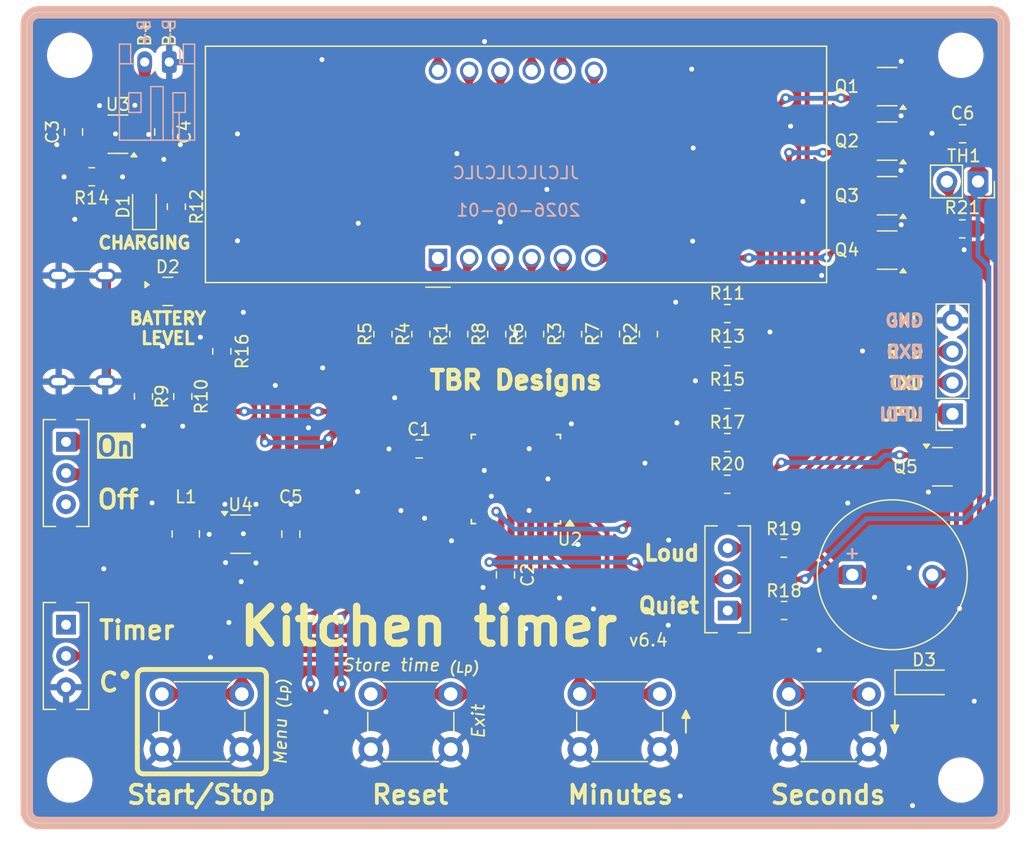
<source format=kicad_pcb>
(kicad_pcb (version 20240108) (generator "pcbnew") (generator_version "8.0")
  (title_block (title "Kitchen timer") (date "2024-09-24") (rev "v6.4") (company "TBR Designs"))
  (layers (0 "F.Cu" signal) (31 "B.Cu" signal) (34 "B.Paste" user) (35 "F.Paste" user) (36 "B.SilkS" user "B.Silkscreen") (37 "F.SilkS" user "F.Silkscreen") (38 "B.Mask" user) (39 "F.Mask" user) (44 "Edge.Cuts" user))
  (net 0 "")
  (net 1 "GND")
  (net 2 "+5V")
  (net 4 "CC1")
  (net 5 "CC2")
  (net 6 "CC3")
  (net 7 "CC4")
  (net 8 "BUZZER")
  (net 9 "DIGIT_1")
  (net 10 "DIGIT_2")
  (net 11 "DIGIT_3")
  (net 12 "DIGIT_4")
  (net 13 "BAT_LEVEL")
  (net 14 "SECONDS")
  (net 15 "MINUTES")
  (net 16 "RESET_TIME")
  (net 17 "+V_USB")
  (net 18 "START_STOP")
  (net 19 "A")
  (net 20 "UPDI")
  (net 21 "/A_R")
  (net 22 "/B_R")
  (net 23 "B")
  (net 24 "/C_R")
  (net 25 "/BZ-")
  (net 26 "/BZ+")
  (net 27 "/BZ_BASE")
  (net 28 "/CC1_BASE")
  (net 29 "/CC2_BASE")
  (net 30 "/CC3_BASE")
  (net 31 "/CC4_BASE")
  (net 32 "/CC2_USB")
  (net 33 "/CC1_USB")
  (net 34 "/SW")
  (net 35 "C")
  (net 36 "/CHGb")
  (net 37 "BAT+")
  (net 38 "FUNCTION")
  (net 39 "/CHRG_LED_K")
  (net 40 "/PROG")
  (net 41 "/DIN")
  (net 42 "/D_R")
  (net 45 "D")
  (net 46 "/E_R")
  (net 47 "E")
  (net 48 "F")
  (net 49 "/F_R")
  (net 50 "G")
  (net 51 "/G_R")
  (net 52 "DP")
  (net 53 "/DP_R")
  (net 54 "/BZ_LOUD")
  (net 55 "/BZ_QUIET")
  (net 56 "RXD")
  (net 57 "TXD")
  (net 59 "TEMP_GND")
  (net 60 "TEMP_V")
  (net 64 "BAT_SW")
  (footprint "00_local:R_0805_2012Metric_Pad1.20x1.40mm_HandSolder" (layer "F.Cu") (at 158 66.525)
    (property "Reference" "R15")
    (property "Value" "1k")
  )
  (footprint "00_local:SOT-23-3" (layer "F.Cu") (at 171 45.485 180)
    (property "Reference" "Q2")
    (property "Value" "MMBT2222A")
  )
  (footprint "00_local:SOT-23-3" (layer "F.Cu") (at 171 49.935 180)
    (property "Reference" "Q3")
    (property "Value" "MMBT2222A")
  )
  (footprint "00_local:R_0805_2012Metric_Pad1.20x1.40mm_HandSolder" (layer "F.Cu") (at 162.6 78.63 180)
    (property "Reference" "R19")
    (property "Value" "1R")
  )
  (footprint "00_local:MountingHole_3.2mm_M3" (layer "F.Cu") (at 177 97.5)
    (property "Reference" "H4" (hide yes))
    (property "Value" "MountingHole")
  )
  (footprint "00_local:R_0805_2012Metric_Pad1.20x1.40mm_HandSolder" (layer "F.Cu") (at 113.175 50.83 -90)
    (property "Reference" "R12")
    (property "Value" "1k")
  )
  (footprint "00_local:SW_Slide_SPDT_MINI" (layer "F.Cu") (at 104.2 87.4 -90)
    (property "Reference" "SW7" (hide yes))
    (property "Value" "FUNCTION_SELECTOR")
  )
  (footprint "00_local:C_0805_2012Metric_Pad1.18x1.45mm_HandSolder" (layer "F.Cu") (at 104.81 44.74 -90)
    (property "Reference" "C3")
    (property "Value" "10u")
  )
  (footprint "00_local:R_0805_2012Metric_Pad1.20x1.40mm_HandSolder" (layer "F.Cu") (at 148.497142 61.200707 90)
    (property "Reference" "R7")
    (property "Value" "220R")
  )
  (footprint "00_local:L_1008_2520Metric_Pad1.43x2.20mm_HandSolder" (layer "F.Cu") (at 113.94 77.47 90)
    (property "Reference" "L1")
    (property "Value" "CVH252009-2R2M")
  )
  (footprint "00_local:SW_Slide_SPDT_MINI" (layer "F.Cu") (at 104.2 72.51 -90)
    (property "Reference" "SW1" (hide yes))
    (property "Value" "ON/OFF")
  )
  (footprint "00_local:SOT-23-5" (layer "F.Cu") (at 118.4 77.4875)
    (property "Reference" "U4")
    (property "Value" "TPS613222ADBV")
  )
  (footprint "00_local:R_0805_2012Metric_Pad1.20x1.40mm_HandSolder" (layer "F.Cu") (at 129.982858 61.200707 90)
    (property "Reference" "R5")
    (property "Value" "220R")
  )
  (footprint "00_local:D_SOD-123" (layer "F.Cu") (at 174 89.55)
    (property "Reference" "D3")
    (property "Value" "MBR0520")
  )
  (footprint "00_local:R_0805_2012Metric_Pad1.20x1.40mm_HandSolder" (layer "F.Cu") (at 162.62 83.7 180)
    (property "Reference" "R18")
    (property "Value" "47R")
  )
  (footprint "00_local:R_0805_2012Metric_Pad1.20x1.40mm_HandSolder" (layer "F.Cu") (at 145.411428 61.200707 90)
    (property "Reference" "R3")
    (property "Value" "220R")
  )
  (footprint "00_local:R_0805_2012Metric_Pad1.20x1.40mm_HandSolder" (layer "F.Cu") (at 110.5 66.275 90)
    (property "Reference" "R9")
    (property "Value" "5k1 1%")
  )
  (footprint "00_local:R_0805_2012Metric_Pad1.20x1.40mm_HandSolder" (layer "F.Cu") (at 116.875 62.6 -90)
    (property "Reference" "R16")
    (property "Value" "300R")
  )
  (footprint "00_local:C_0805_2012Metric_Pad1.18x1.45mm_HandSolder" (layer "F.Cu") (at 177.14 44.89)
    (property "Reference" "C6")
    (property "Value" "100n")
  )
  (footprint "00_local:SW_PUSH_6mm" (layer "F.Cu") (at 135.5 95 180)
    (property "Reference" "SW4" (hide yes))
    (property "Value" "RESET_TIME")
  )
  (footprint "00_local:CA56-12EWA" (layer "F.Cu") (at 134.46 55 90)
    (property "Reference" "U1" (hide yes))
    (property "Value" "LTC-5723HR")
  )
  (footprint "00_local:R_0805_2012Metric_Pad1.20x1.40mm_HandSolder" (layer "F.Cu") (at 113.7 66.275 90)
    (property "Reference" "R10")
    (property "Value" "5k1 1%")
  )
  (footprint "00_local:SOT-23-3" (layer "F.Cu") (at 171 54.36 180)
    (property "Reference" "Q4")
    (property "Value" "MMBT2222A")
  )
  (footprint "00_local:PinSocket_1x02_P2.54mm_Vertical" (layer "F.Cu") (at 178.4 48.775 -90)
    (property "Reference" "TH1")
    (property "Value" "NRBE104F3435B2F")
  )
  (footprint "00_local:MountingHole_3.2mm_M3" (layer "F.Cu") (at 104.5 97.5)
    (property "Reference" "H3" (hide yes))
    (property "Value" "MountingHole")
  )
  (footprint "00_local:C_0805_2012Metric_Pad1.18x1.45mm_HandSolder" (layer "F.Cu") (at 112.15 44.74 -90)
    (property "Reference" "C4")
    (property "Value" "10u")
  )
  (footprint "00_local:C_0805_2012Metric_Pad1.18x1.45mm_HandSolder" (layer "F.Cu") (at 139.95 80.8 90)
    (property "Reference" "C2")
    (property "Value" "100n")
  )
  (footprint "00_local:D_0805_2012Metric_Pad1.15x1.40mm_HandSolder" (layer "F.Cu") (at 110.575 50.83 90)
    (property "Reference" "D1")
    (property "Value" "CHRG_LED")
  )
  (footprint "00_local:SW_Slide_SPDT_MINI" (layer "F.Cu") (at 158.03 81.16 90)
    (property "Reference" "SW5" (hide yes))
    (property "Value" "VOLUME")
  )
  (footprint "00_local:SW_PUSH_6mm" (layer "F.Cu") (at 152.5 95 180)
    (property "Reference" "SW3" (hide yes))
    (property "Value" "MINUTES")
  )
  (footprint "00_local:R_0805_2012Metric_Pad1.20x1.40mm_HandSolder" (layer "F.Cu") (at 106.29 48.39)
    (property "Reference" "R14")
    (property "Value" "2k 1%")
  )
  (footprint "00_local:MountingHole_3.2mm_M3" (layer "F.Cu") (at 177 38.5)
    (property "Reference" "H1" (hide yes))
    (property "Value" "MountingHole")
  )
  (footprint "00_local:USB_C_Receptacle_GCT_USB4125-xx-x-0190_6P_TopMnt_Horizontal" (layer "F.Cu") (at 104.4 60.75 -90)
    (property "Reference" "J2" (hide yes))
    (property "Value" "USB_C")
  )
  (footprint "00_local:SOT-23-3" (layer "F.Cu") (at 175.5 72)
    (property "Reference" "Q5")
    (property "Value" "MMBT2222A")
  )
  (footprint "00_local:R_0805_2012Metric_Pad1.20x1.40mm_HandSolder" (layer "F.Cu") (at 151.582858 61.200707 90)
    (property "Reference" "R2")
    (property "Value" "220R")
  )
  (footprint "00_local:R_0805_2012Metric_Pad1.20x1.40mm_HandSolder" (layer "F.Cu") (at 158 73.425)
    (property "Reference" "R20")
    (property "Value" "1k")
  )
  (footprint "00_local:R_0805_2012Metric_Pad1.20x1.40mm_HandSolder" (layer "F.Cu") (at 177.12 52.63 180)
    (property "Reference" "R21")
    (property "Value" "10k 1%")
  )
  (footprint "00_local:MagneticBuzzer_ProSignal_ABT-410-RC" (layer "F.Cu") (at 168.17 80.79)
    (property "Reference" "BZ1" (hide yes))
    (property "Value" "Buzzer")
  )
  (footprint "00_local:R_0805_2012Metric_Pad1.20x1.40mm_HandSolder" (layer "F.Cu") (at 158 70.025)
    (property "Reference" "R17")
    (property "Value" "1k")
  )
  (footprint "00_local:R_0805_2012Metric_Pad1.20x1.40mm_HandSolder" (layer "F.Cu") (at 139.24 61.200707 90)
    (property "Reference" "R8")
    (property "Value" "220R")
  )
  (footprint "00_local:LED_WS2812B-2020_2.0x2.0mm" (layer "F.Cu") (at 112.475 57.725)
    (property "Reference" "D2")
    (property "Value" "WS2812B-2020")
  )
  (footprint "00_local:R_0805_2012Metric_Pad1.20x1.40mm_HandSolder" (layer "F.Cu") (at 142.325714 61.200707 90)
    (property "Reference" "R6")
    (property "Value" "220R")
  )
  (footprint "00_local:R_0805_2012Metric_Pad1.20x1.40mm_HandSolder" (layer "F.Cu") (at 158 59.525)
    (property "Reference" "R11")
    (property "Value" "1k")
  )
  (footprint "00_local:C_0805_2012Metric_Pad1.18x1.45mm_HandSolder" (layer "F.Cu") (at 132.93 70.55 180)
    (property "Reference" "C1")
    (property "Value" "100n")
  )
  (footprint "00_local:C_0805_2012Metric_Pad1.18x1.45mm_HandSolder" (layer "F.Cu") (at 122.49 77.48 90)
    (property "Reference" "C5")
    (property "Value" "22u")
  )
  (footprint "00_local:MountingHole_3.2mm_M3" (layer "F.Cu") (at 104.5 38.5)
    (property "Reference" "H2" (hide yes))
    (property "Value" "MountingHole")
  )
  (footprint "00_local:SOT-23-5" (layer "F.Cu") (at 108.425 44.925 180)
    (property "Reference" "U3")
    (property "Value" "DIO5518B")
  )
  (footprint "00_local:R_0805_2012Metric_Pad1.20x1.40mm_HandSolder" (layer "F.Cu") (at 133.068572 61.200707 90)
    (property "Reference" "R4")
    (property "Value" "220R")
  )
  (footprint "00_local:SOT-23-3" (layer "F.Cu") (at 171 41.05 180)
    (property "Reference" "Q1")
    (property "Value" "MMBT2222A")
  )
  (footprint "00_local:PinSocket_1x04_P2.54mm_Vertical" (layer "F.Cu") (at 176.32 67.7 180)
    (property "Reference" "J3" (hide yes))
    (property "Value" "BREAKOUT")
  )
  (footprint "00_local:SW_PUSH_6mm" (layer "F.Cu") (at 169.5 95 180)
    (property "Reference" "SW2" (hide yes))
    (property "Value" "SECONDS")
  )
  (footprint "00_local:R_0805_2012Metric_Pad1.20x1.40mm_HandSolder" (layer "F.Cu") (at 158 63.025)
    (property "Reference" "R13")
    (property "Value" "1k")
  )
  (footprint "00_local:R_0805_2012Metric_Pad1.20x1.40mm_HandSolder" (layer "F.Cu") (at 136.154286 61.200707 90)
    (property "Reference" "R1")
    (property "Value" "220R")
  )
  (footprint "00_local:TQFP-32_7x7mm_P0.8mm" (layer "F.Cu") (at 140.8 73 180)
    (property "Reference" "U2")
    (property "Value" "ATmega4808-A")
  )
  (footprint "00_local:SW_PUSH_6mm" (layer "F.Cu") (at 118.5 95 180)
    (property "Reference" "SW6" (hide yes))
    (property "Value" "START/STOP")
  )
  (footprint "00_local:JST_PH_S2B-PH-K_1x02_P2.00mm_Horizontal" (layer "B.Cu") (at 112.6 39.05 180)
    (property "Reference" "J1" (hide yes))
    (property "Value" "JST PH 2.0")
  )
  (gr_arc (start 101 36) (mid 101.292893 35.292893) (end 102 35) (stroke (width 1)) (layer "B.SilkS"))
  (gr_line (start 180.5 36) (end 180.5 100) (stroke (width 1)) (layer "B.SilkS"))
  (gr_line (start 102 35) (end 179.5 35) (stroke (width 1)) (layer "B.SilkS"))
  (gr_line (start 179.5 101) (end 102 101) (stroke (width 1)) (layer "B.SilkS"))
  (gr_arc (start 102 101) (mid 101.292893 100.707107) (end 101 100) (stroke (width 1)) (layer "B.SilkS"))
  (gr_line (start 101 100) (end 101 36) (stroke (width 1)) (layer "B.SilkS"))
  (gr_arc (start 179.5 35) (mid 180.207107 35.292893) (end 180.5 36) (stroke (width 1)) (layer "B.SilkS"))
  (gr_arc (start 180.5 100) (mid 180.207107 100.707107) (end 179.5 101) (stroke (width 1)) (layer "B.SilkS"))
  (gr_arc (start 120.5 96.5) (mid 120.353553 96.853553) (end 120 97) (stroke (width 0.4)) (layer "F.SilkS"))
  (gr_line (start 101 100) (end 101 36) (stroke (width 1)) (layer "F.SilkS"))
  (gr_arc (start 110 89) (mid 110.146447 88.646447) (end 110.5 88.5) (stroke (width 0.4)) (layer "F.SilkS"))
  (gr_line (start 110.5 88.5) (end 120 88.5) (stroke (width 0.4)) (layer "F.SilkS"))
  (gr_arc (start 120 88.5) (mid 120.353553 88.646447) (end 120.5 89) (stroke (width 0.4)) (layer "F.SilkS"))
  (gr_line (start 120.5 89) (end 120.5 96.5) (stroke (width 0.4)) (layer "F.SilkS"))
  (gr_poly (pts (xy 154.33 92.455) (xy 154.63 91.845) (xy 154.93 92.455)) (stroke (width 0.15)) (fill solid) (layer "F.SilkS"))
  (gr_line (start 179.5 101) (end 102 101) (stroke (width 1)) (layer "F.SilkS"))
  (gr_line (start 110 96.5) (end 110 89) (stroke (width 0.4)) (layer "F.SilkS"))
  (gr_line (start 102 35) (end 179.5 35) (stroke (width 1)) (layer "F.SilkS"))
  (gr_arc (start 179.5 35) (mid 180.207107 35.292893) (end 180.5 36) (stroke (width 1)) (layer "F.SilkS"))
  (gr_arc (start 101 36) (mid 101.292893 35.292893) (end 102 35) (stroke (width 1)) (layer "F.SilkS"))
  (gr_line (start 154.63 93.655) (end 154.63 91.845) (stroke (width 0.15)) (layer "F.SilkS"))
  (gr_line (start 171.63 91.845) (end 171.63 93.655) (stroke (width 0.15)) (layer "F.SilkS"))
  (gr_poly (pts (xy 171.93 93.045) (xy 171.63 93.655) (xy 171.33 93.045)) (stroke (width 0.15)) (fill solid) (layer "F.SilkS"))
  (gr_line (start 120 97) (end 110.5 97) (stroke (width 0.4)) (layer "F.SilkS"))
  (gr_arc (start 102 101) (mid 101.292893 100.707107) (end 101 100) (stroke (width 1)) (layer "F.SilkS"))
  (gr_line (start 180.5 36) (end 180.5 100) (stroke (width 1)) (layer "F.SilkS"))
  (gr_arc (start 110.5 97) (mid 110.146447 96.853553) (end 110 96.5) (stroke (width 0.4)) (layer "F.SilkS"))
  (gr_arc (start 180.5 100) (mid 180.207107 100.707107) (end 179.5 101) (stroke (width 1)) (layer "F.SilkS"))
  (gr_arc (start 102 101) (mid 101.292893 100.707107) (end 101 100) (stroke (width 0.1)) (layer "Edge.Cuts"))
  (gr_line (start 180.5 36) (end 180.5 100) (stroke (width 0.1)) (layer "Edge.Cuts"))
  (gr_arc (start 179.5 35) (mid 180.207107 35.292893) (end 180.5 36) (stroke (width 0.1)) (layer "Edge.Cuts"))
  (gr_arc (start 101 36) (mid 101.292893 35.292893) (end 102 35) (stroke (width 0.1)) (layer "Edge.Cuts"))
  (gr_line (start 179.5 101) (end 102 101) (stroke (width 0.1)) (layer "Edge.Cuts"))
  (gr_line (start 101 100) (end 101 36) (stroke (width 0.1)) (layer "Edge.Cuts"))
  (gr_line (start 102 35) (end 179.5 35) (stroke (width 0.1)) (layer "Edge.Cuts"))
  (gr_arc (start 180.5 100) (mid 180.207107 100.707107) (end 179.5 101) (stroke (width 0.1)) (layer "Edge.Cuts"))
  (gr_text "B+" (at 110.55 37.9 90) (layer "B.SilkS") (effects (font (size 1 1)) (justify right mirror)))
  (gr_text "UPDI" (at 174.1 67.75 0) (layer "B.SilkS") (effects (font (size 1 1) (thickness 0.25)) (justify left mirror)))
  (gr_text "GND" (at 174.1 60.1 0) (layer "B.SilkS") (effects (font (size 1 1) (thickness 0.25)) (justify left mirror)))
  (gr_text "JLCJLCJLCJLC" (at 140.8 48.65 0) (layer "B.SilkS") (effects (font (size 1 1)) (justify bottom mirror)))
  (gr_text "TXD" (at 174.1 65.2 0) (layer "B.SilkS") (effects (font (size 1 1) (thickness 0.25)) (justify left mirror)))
  (gr_text "RXD" (at 174.1 62.65 0) (layer "B.SilkS") (effects (font (size 1 1) (thickness 0.25)) (justify left mirror)))
  (gr_text "B-" (at 112.6 37.85 90) (layer "B.SilkS") (effects (font (size 1 1)) (justify right mirror)))
  (gr_text "+" (at 168.15 78.99 0) (layer "B.SilkS") (effects (font (size 1 1))))
  (gr_text "${CURRENT_DATE}" (at 141 51.7 0) (layer "B.SilkS") (effects (font (size 1 1)) (justify bottom mirror)))
  (gr_text "UPDI" (at 174.1 67.75 0) (layer "F.SilkS") (effects (font (size 1 1) (thickness 0.25)) (justify right)))
  (gr_text "B-" (at 112.6 35.45 90) (layer "F.SilkS") (effects (font (size 1 1)) (justify right)))
  (gr_text "B+" (at 110.6 35.45 90) (layer "F.SilkS") (effects (font (size 1 1)) (justify right)))
  (gr_text "TBR Designs" (at 140.8 64.95 0) (layer "F.SilkS") (effects (font (size 1.5 1.5) (thickness 0.4) (bold yes))))
  (gr_text "On" (at 106.55 70.35 0) (layer "F.SilkS" knockout) (effects (font (size 1.5 1.5) (thickness 0.3) (bold yes)) (justify left)))
  (gr_text "${REVISION}" (at 149.9 86.7 0) (layer "F.SilkS") (effects (font (size 1 1)) (justify left bottom)))
  (gr_text "Kitchen timer" (at 133.7 85 0) (layer "F.SilkS") (effects (font (size 3 3) (thickness 0.6) (bold yes))))
  (gr_text "Menu _{(Lp)}" (at 121.65 92.75 90) (layer "F.SilkS") (effects (font (size 1 1) (thickness 0.15) (italic yes))))
  (gr_text "CHARGING" (at 110.575 53.77 0) (layer "F.SilkS") (effects (font (size 1 1) (thickness 0.25))))
  (gr_text "Exit" (at 137.75 92.75 90) (layer "F.SilkS") (effects (font (size 1 1) (thickness 0.15) (italic yes))))
  (gr_text "Store time _{(Lp)}" (at 132.25 88.14 0) (layer "F.SilkS") (effects (font (size 1 1) (thickness 0.15) (italic yes))))
  (gr_text "RXD" (at 174.1 62.65 0) (layer "F.SilkS") (effects (font (size 1 1) (thickness 0.25)) (justify right)))
  (gr_text "TXD" (at 174.1 65.2 0) (layer "F.SilkS") (effects (font (size 1 1) (thickness 0.25)) (justify right)))
  (gr_text "BATTERY\nLEVEL" (at 112.48 62.12 0) (layer "F.SilkS") (effects (font (size 1 1) (thickness 0.25)) (justify bottom)))
  (gr_text "GND" (at 174.1 60.1 0) (layer "F.SilkS") (effects (font (size 1 1) (thickness 0.25)) (justify right)))
  (gr_text "Off" (at 106.6 74.66 0) (layer "F.SilkS") (effects (font (size 1.5 1.5) (thickness 0.3) (bold yes)) (justify left)))
  (segment (start 109.5625 44.925) (end 108.25 44.925) (width 0.6) (layer "F.Cu") (net 1))
  (segment (start 138.05 72.3) (end 137.55 71.8) (width 0.55) (layer "F.Cu") (net 1))
  (segment (start 117.2625 77.4875) (end 118.5875 77.4875) (width 0.55) (layer "F.Cu") (net 1))
  (segment (start 137.55 71.8) (end 132.23 71.8) (width 0.55) (layer "F.Cu") (net 1))
  (segment (start 141.89 75.56) (end 141.87 75.56) (width 0.55) (layer "F.Cu") (net 1))
  (segment (start 120.173394 77.4875) (end 121.218394 76.4425) (width 0.6) (layer "F.Cu") (net 1))
  (segment (start 115.85 77.5) (end 115.8625 77.4875) (width 0.55) (layer "F.Cu") (net 1))
  (segment (start 138.23 72.3) (end 138.05 72.3) (width 0.55) (layer "F.Cu") (net 1))
  (segment (start 110.927068 44.944643) (end 111.759925 45.7775) (width 0.6) (layer "F.Cu") (net 1))
  (segment (start 110.927068 44.944643) (end 110.927068 44.927068) (width 0.6) (layer "F.Cu") (net 1))
  (segment (start 118.625 77.45) (end 118.6625 77.4875) (width 0.6) (layer "F.Cu") (net 1))
  (segment (start 115.8625 77.4875) (end 117.2625 77.4875) (width 0.55) (layer "F.Cu") (net 1))
  (segment (start 107.48 58) (end 107.48 56.51) (width 0.75) (layer "F.Cu") (net 1))
  (segment (start 118.6625 77.4875) (end 120.173394 77.4875) (width 0.6) (layer "F.Cu") (net 1))
  (segment (start 110.927068 44.927068) (end 110.925 44.925) (width 0.6) (layer "F.Cu") (net 1))
  (segment (start 108.25 44.925) (end 108.225 44.9) (width 0.6) (layer "F.Cu") (net 1))
  (segment (start 118.5875 77.4875) (end 118.625 77.45) (width 0.55) (layer "F.Cu") (net 1))
  (segment (start 131.8925 71.4625) (end 131.8925 70.55) (width 0.55) (layer "F.Cu") (net 1))
  (segment (start 140.9625 81.8375) (end 140 81.8375) (width 0.55) (layer "F.Cu") (net 1))
  (segment (start 141.87 75.56) (end 141.87 75.58) (width 0.55) (layer "F.Cu") (net 1))
  (segment (start 121.218394 76.4425) (end 122.49 76.4425) (width 0.6) (layer "F.Cu") (net 1))
  (segment (start 108.225 44.9) (end 105.6875 44.9) (width 0.6) (layer "F.Cu") (net 1))
  (segment (start 141.2 77.25) (end 141.2 81.6) (width 0.55) (layer "F.Cu") (net 1))
  (segment (start 141.2 81.6) (end 140.9625 81.8375) (width 0.55) (layer "F.Cu") (net 1))
  (segment (start 141.87 75.58) (end 141.2 76.25) (width 0.55) (layer "F.Cu") (net 1))
  (segment (start 107.48 63.5) (end 107.48 64.99) (width 0.75) (layer "F.Cu") (net 1))
  (segment (start 141.2 76.25) (end 141.2 77.25) (width 0.55) (layer "F.Cu") (net 1))
  (segment (start 132.23 71.8) (end 131.8925 71.4625) (width 0.55) (layer "F.Cu") (net 1))
  (segment (start 110.925 44.925) (end 109.5625 44.925) (width 0.6) (layer "F.Cu") (net 1))
  (segment (start 105.6875 44.9) (end 104.81 45.7775) (width 0.6) (layer "F.Cu") (net 1))
  (segment (start 116.02 77.5) (end 115.85 77.5) (width 0.55) (layer "F.Cu") (net 1))
  (via (at 173.07 99.58) (size 0.8) (drill 0.4) (layers "F.Cu" "B.Cu") (net 1))
  (via (at 140.77 61.2) (size 0.8) (drill 0.4) (layers "F.Cu" "B.Cu") (net 1))
  (via (at 172.15 38.99) (size 0.8) (drill 0.4) (layers "F.Cu" "B.Cu") (net 1))
  (via (at 178.09 91.08) (size 0.8) (drill 0.4) (layers "F.Cu" "B.Cu") (net 1))
  (via (at 167.8 74.95) (size 0.8) (drill 0.4) (layers "F.Cu" "B.Cu") (net 1))
  (via (at 117.125 75.05) (size 0.8) (drill 0.4) (layers "F.Cu" "B.Cu") (net 1))
  (via (at 138.125 81.825) (size 0.8) (drill 0.4) (layers "F.Cu" "B.Cu") (net 1))
  (via (at 118.45 81.35) (size 0.8) (drill 0.4) (layers "F.Cu" "B.Cu") (net 1))
  (via (at 110.927068 44.944643) (size 0.8) (drill 0.4) (layers "F.Cu" "B.Cu") (net 1))
  (via (at 139.95 83.24) (size 0.8) (drill 0.4) (layers "F.Cu" "B.Cu") (net 1))
  (via (at 151.3 71.7) (size 0.8) (drill 0.4) (layers "F.Cu" "B.Cu") (net 1))
  (via (at 165.675 56.425) (size 0.8) (drill 0.4) (layers "F.Cu" "B.Cu") (net 1))
  (via (at 165.475 86.925) (size 0.8) (drill 0.4) (layers "F.Cu" "B.Cu") (net 1))
  (via (at 107.27 80.3) (size 0.8) (drill 0.4) (layers "F.Cu" "B.Cu") (net 1))
  (via (at 108.225 44.9) (size 0.8) (drill 0.4) (layers "F.Cu" "B.Cu") (net 1))
  (via (at 131.445 75.565) (size 0.8) (drill 0.4) (layers "F.Cu" "B.Cu") (net 1))
  (via (at 125.08 63.95) (size 0.8) (drill 0.4) (layers "F.Cu" "B.Cu") (net 1))
  (via (at 174.36 74.06) (size 0.8) (drill 0.4) (layers "F.Cu" "B.Cu") (net 1))
  (via (at 118.625 77.45) (size 0.8) (drill 0.4) (layers "F.Cu" "B.Cu") (net 1))
  (via (at 127.925 74.025) (size 0.8) (drill 0.4) (layers "F.Cu" "B.Cu") (net 1))
  (via (at 106.925 42.6) (size 0.8) (drill 0.4) (layers "F.Cu" "B.Cu") (net 1))
  (via (at 163.15 44.275) (size 0.8) (drill 0.4) (layers "F.Cu" "B.Cu") (net 1))
  (via (at 153.2 84.9) (size 0.8) (drill 0.4) (layers "F.Cu" "B.Cu") (net 1))
  (via (at 145.31 68.5) (size 0.8) (drill 0.4) (layers "F.Cu" "B.Cu") (net 1))
  (via (at 112.05 62.2) (size 0.8) (drill 0.4) (layers "F.Cu" "B.Cu") (net 1))
  (via (at 155.1 39.63) (size 0.8) (drill 0.4) (layers "F.Cu" "B.Cu") (net 1))
  (via (at 138.23 72.3) (size 0.8) (drill 0.4) (layers "F.Cu" "B.Cu") (net 1))
  (via (at 139.53 52.07) (size 0.8) (drill 0.4) (layers "F.Cu" "B.Cu") (net 1))
  (via (at 155.4 65) (size 0.8) (drill 0.4) (layers "F.Cu" "B.Cu") (net 1))
  (via (at 143.41 72.99) (size 0.8) (drill 0.4) (layers "F.Cu" "B.Cu") (net 1))
  (via (at 110.49 68.67) (size 0.8) (drill 0.4) (layers "F.Cu" "B.Cu") (net 1))
  (via (at 141.6 85.175) (size 0.8) (drill 0.4) (layers "F.Cu" "B.Cu") (net 1))
  (via (at 174.65 44.85) (size 0.8) (drill 0.4) (layers "F.Cu" "B.Cu") (net 1))
  (via (at 138.8 74.4) (size 0.8) (drill 0.4) (layers "F.Cu" "B.Cu") (net 1))
  (via (at 113.69 68.695) (size 0.8) (drill 0.4) (layers "F.Cu" "B.Cu") (net 1))
  (via (at 161.475 61.025) (size 0.8) (drill 0.4) (layers "F.Cu" "B.Cu") (net 1))
  (via (at 115.13 61.45) (size 0.8) (drill 0.4) (layers "F.Cu" "B.Cu") (net 1))
  (via (at 119.65 75.05) (size 0.8) (drill 0.4) (layers "F.Cu" "B.Cu") (net 1))
  (via (at 164.15 50.4) (size 0.8) (drill 0.4) (layers "F.Cu" "B.Cu") (net 1))
  (via (at 144.35 82.68) (size 0.8) (drill 0.4) (layers "F.Cu" "B.Cu") (net 1))
  (via (at 153.8 58.6) (size 0.8) (drill 0.4) (layers "F.Cu" "B.Cu") (net 1))
  (via (at 118.15 44.9) (size 0.8) (drill 0.4) (layers "F.Cu" "B.Cu") (net 1))
  (via (at 153.23 77.97) (size 0.8) (drill 0.4) (layers "F.Cu" "B.Cu") (net 1))
  (via (at 118.625 59.425) (size 0.8) (drill 0.4) (layers "F.Cu" "B.Cu") (net 1))
  (via (at 109.8 42.575) (size 0.8) (drill 0.4) (layers "F.Cu" "B.Cu") (net 1))
  (via (at 103.45 45.775) (size 0.8) (drill 0.4) (layers "F.Cu" "B.Cu") (net 1))
  (via (at 172.14 43.425) (size 0.8) (drill 0.4) (layers "F.Cu" "B.Cu") (net 1))
  (via (at 115.85 77.5) (size 0.8) (drill 0.4) (layers "F.Cu" "B.Cu") (net 1))
  (via (at 117.175 79.8) (size 0.8) (drill 0.4) (layers "F.Cu" "B.Cu") (net 1))
  (via (at 155.225 46.05) (size 0.8) (drill 0.4) (layers "F.Cu" "B.Cu") (net 1))
  (via (at 177.27 54.33) (size 0.8) (drill 0.4) (layers "F.Cu" "B.Cu") (net 1))
  (via (at 123.925 68.825) (size 0.8) (drill 0.4) (layers "F.Cu" "B.Cu") (net 1))
  (via (at 155.18 53.63) (size 0.8) (drill 0.4) (layers "F.Cu" "B.Cu") (net 1))
  (via (at 127.975 52.175) (size 0.8) (drill 0.4) (layers "F.Cu" "B.Cu") (net 1))
  (via (at 172.13 47.875) (size 0.8) (drill 0.4) (layers "F.Cu" "B.Cu") (net 1))
  (via (at 111.2 74.94) (size 0.8) (drill 0.4) (layers "F.Cu" "B.Cu") (net 1))
  (via (at 133.37 76.19) (size 0.8) (drill 0.4) (layers "F.Cu" "B.Cu") (net 1))
  (via (at 138.25 37.38) (size 0.8) (drill 0.4) (layers "F.Cu" "B.Cu") (net 1))
  (via (at 122.5 75.05) (size 0.8) (drill 0.4) (layers "F.Cu" "B.Cu") (net 1))
  (via (at 141.88 70.53) (size 0.8) (drill 0.4) (layers "F.Cu" "B.Cu") (net 1))
  (via (at 121.225 65.375) (size 0.8) (drill 0.4) (layers "F.Cu" "B.Cu") (net 1))
  (via (at 141.87 75.56) (size 0.8) (drill 0.4) (layers "F.Cu" "B.Cu") (net 1))
  (via (at 169 62.575) (size 0.8) (drill 0.4) (layers "F.Cu" "B.Cu") (net 1))
  (via (at 104.91 51.85) (size 0.8) (drill 0.4) (layers "F.Cu" "B.Cu") (net 1))
  (via (at 130.47 70.55) (size 0.8) (drill 0.4) (layers "F.Cu" "B.Cu") (net 1))
  (via (at 119.65 79.825) (size 0.8) (drill 0.4) (layers "F.Cu" "B.Cu") (net 1))
  (via (at 130.94 66.38) (size 0.8) (drill 0.4) (layers "F.Cu" "B.Cu") (net 1))
  (via (at 125.35 91.95) (size 0.8) (drill 0.4) (layers "F.Cu" "B.Cu") (net 1))
  (via (at 153.9 68.425) (size 0.8) (drill 0.4) (layers "F.Cu" "B.Cu") (net 1))
  (via (at 108.8 48.4) (size 0.8) (drill 0.4) (layers "F.Cu" "B.Cu") (net 1))
  (via (at 104.04 48.4) (size 0.8) (drill 0.4) (layers "F.Cu" "B.Cu") (net 1))
  (via (at 169.975 82.625) (size 0.8) (drill 0.4) (layers "F.Cu" "B.Cu") (net 1))
  (via (at 117.45 84.675) (size 0.8) (drill 0.4) (layers "F.Cu" "B.Cu") (net 1))
  (via (at 115.95 87.51) (size 0.8) (drill 0.4) (layers "F.Cu" "B.Cu") (net 1))
  (via (at 147.11 83.57) (size 0.8) (drill 0.4) (layers "F.Cu" "B.Cu") (net 1))
  (via (at 145.85 78.325) (size 0.8) (drill 0.4) (layers "F.Cu" "B.Cu") (net 1))
  (via (at 154.17 98.8) (size 0.8) (drill 0.4) (layers "F.Cu" "B.Cu") (net 1))
  (via (at 112.15 46.975) (size 0.8) (drill 0.4) (layers "F.Cu" "B.Cu") (net 1))
  (via (at 113.5 45.775) (size 0.8) (drill 0.4) (layers "F.Cu" "B.Cu") (net 1))
  (via (at 172.15 52.3) (size 0.8) (drill 0.4) (layers "F.Cu" "B.Cu") (net 1))
  (via (at 118.15 53.6) (size 0.8) (drill 0.4) (layers "F.Cu" "B.Cu") (net 1))
  (via (at 172.8 80.22) (size 0.8) (drill 0.4) (layers "F.Cu" "B.Cu") (net 1))
  (via (at 176.9 83.54) (size 0.8) (drill 0.4) (layers "F.Cu" "B.Cu") (net 1))
  (via (at 135.56 78.02) (size 0.8) (drill 0.4) (layers "F.Cu" "B.Cu") (net 1))
  (via (at 136 46.5) (size 0.8) (drill 0.4) (layers "F.Cu" "B.Cu") (net 1))
  (via (at 125.02 38.85) (size 0.8) (drill 0.4) (layers "F.Cu" "B.Cu") (net 1))
  (via (at 143.32 49.42) (size 0.8) (drill 0.4) (layers "F.Cu" "B.Cu") (net 1))
  (segment (start 119.5375 78.4375) (end 122.225 78.4375) (width 0.6) (layer "F.Cu") (net 2))
  (segment (start 118.795 57.175) (end 113.39 57.175) (width 0.4) (layer "F.Cu") (net 2))
  (segment (start 125.55 77.225) (end 124.2575 78.5175) (width 0.75) (layer "F.Cu") (net 2))
  (segment (start 164.325 81.15) (end 164.315 81.16) (width 0.75) (layer "F.Cu") (net 2))
  (segment (start 178.4 48.775) (end 178.4 45.1125) (width 0.4) (layer "F.Cu") (net 2))
  (segment (start 133.42 68.4) (end 133.9675 68.9475) (width 0.75) (layer "F.Cu") (net 2))
  (segment (start 120.25 58.63) (end 118.795 57.175) (width 0.4) (layer "F.Cu") (net 2))
  (segment (start 133.9675 68.9475) (end 133.9675 70.55) (width 0.75) (layer "F.Cu") (net 2))
  (segment (start 120.25 69.895) (end 120.25 58.63) (width 0.4) (layer "F.Cu") (net 2))
  (segment (start 164.315 81.16) (end 158.03 81.16) (width 0.4) (layer "F.Cu") (net 2))
  (segment (start 140.005 71) (end 138.205 71) (width 0.75) (layer "F.Cu") (net 2))
  (segment (start 120.38 70.025) (end 120.25 69.895) (width 0.4) (layer "F.Cu") (net 2))
  (segment (start 125.55 69.71) (end 126.86 68.4) (width 0.75) (layer "F.Cu") (net 2))
  (segment (start 140.405 75.675) (end 140.405 71.4) (width 0.75) (layer "F.Cu") (net 2))
  (segment (start 126.86 68.4) (end 133.42 68.4) (width 0.75) (layer "F.Cu") (net 2))
  (segment (start 124.2575 78.5175) (end 122.49 78.5175) (width 0.75) (layer "F.Cu") (net 2))
  (segment (start 151.88 81.16) (end 158.03 81.16) (width 0.4) (layer "F.Cu") (net 2))
  (segment (start 125.55 69.71) (end 125.55 77.225) (width 0.75) (layer "F.Cu") (net 2))
  (segment (start 140.405 77.25) (end 140.405 75.675) (width 0.55) (layer "F.Cu") (net 2))
  (segment (start 136.555 71) (end 138.205 71) (width 0.55) (layer "F.Cu") (net 2))
  (segment (start 140.405 77.25) (end 140.405 79.7625) (width 0.55) (layer "F.Cu") (net 2))
  (segment (start 150.48 79.76) (end 151.88 81.16) (width 0.4) (layer "F.Cu") (net 2))
  (segment (start 136.555 71) (end 134.0425 71) (width 0.55) (layer "F.Cu") (net 2))
  (segment (start 140.405 71.4) (end 140.005 71) (width 0.75) (layer "F.Cu") (net 2))
  (segment (start 138.6425 79.7625) (end 139.95 79.7625) (width 0.4) (layer "F.Cu") (net 2))
  (via (at 125.55 69.71) (size 0.8) (drill 0.4) (layers "F.Cu" "B.Cu") (net 2))
  (via (at 138.6425 79.7625) (size 0.8) (drill 0.4) (layers "F.Cu" "B.Cu") (net 2))
  (via (at 164.325 81.15) (size 0.8) (drill 0.4) (layers "F.Cu" "B.Cu") (net 2))
  (via (at 150.48 79.76) (size 0.8) (drill 0.4) (layers "F.Cu" "B.Cu") (net 2))
  (via (at 120.38 70.025) (size 0.8) (drill 0.4) (layers "F.Cu" "B.Cu") (net 2))
  (segment (start 177.325 76.225) (end 179.275 74.275) (width 0.4) (layer "B.Cu") (net 2))
  (segment (start 150.48 79.76) (end 150.4775 79.7625) (width 0.4) (layer "B.Cu") (net 2))
  (segment (start 164.39 81.16) (end 169.325 76.225) (width 0.4) (layer "B.Cu") (net 2))
  (segment (start 164.325 81.15) (end 164.335 81.16) (width 0.4) (layer "B.Cu") (net 2))
  (segment (start 164.335 81.16) (end 164.39 81.16) (width 0.4) (layer "B.Cu") (net 2))
  (segment (start 179.275 74.275) (end 179.275 55.725) (width 0.4) (layer "B.Cu") (net 2))
  (segment (start 178.4 54.85) (end 178.4 48.775) (width 0.4) (layer "B.Cu") (net 2))
  (segment (start 169.325 76.225) (end 177.325 76.225) (width 0.4) (layer "B.Cu") (net 2))
  (segment (start 150.4775 79.7625) (end 138.6425 79.7625) (width 0.4) (layer "B.Cu") (net 2))
  (segment (start 125.55 69.71) (end 125.235 70.025) (width 0.4) (layer "B.Cu") (net 2))
  (segment (start 125.235 70.025) (end 120.38 70.025) (width 0.4) (layer "B.Cu") (net 2))
  (segment (start 179.275 55.725) (end 178.4 54.85) (width 0.4) (layer "B.Cu") (net 2))
  (segment (start 168.55 41.05) (end 163.5 36) (width 0.4) (layer "F.Cu") (net 4))
  (segment (start 134.46 36.54) (end 134.46 39.76) (width 0.4) (layer "F.Cu") (net 4))
  (segment (start 135 36) (end 134.46 36.54) (width 0.4) (layer "F.Cu") (net 4))
  (segment (start 163.5 36) (end 135 36) (width 0.4) (layer "F.Cu") (net 4))
  (segment (start 169.8625 41.05) (end 168.55 41.05) (width 0.4) (layer "F.Cu") (net 4))
  (segment (start 142.08 39.76) (end 142.08 37.52) (width 0.4) (layer "F.Cu") (net 5))
  (segment (start 162.87 36.84) (end 166 39.97) (width 0.4) (layer "F.Cu") (net 5))
  (segment (start 166.96 45.485) (end 166 44.525) (width 0.4) (layer "F.Cu") (net 5))
  (segment (start 169.8625 45.485) (end 166.96 45.485) (width 0.4) (layer "F.Cu") (net 5))
  (segment (start 166 39.97) (end 166 44.525) (width 0.4) (layer "F.Cu") (net 5))
  (segment (start 142.08 37.52) (end 142.76 36.84) (width 0.4) (layer "F.Cu") (net 5))
  (segment (start 142.76 36.84) (end 162.87 36.84) (width 0.4) (layer "F.Cu") (net 5))
  (segment (start 164.5 48.8) (end 164.5 39.89) (width 0.4) (layer "F.Cu") (net 6))
  (segment (start 144.62 38.58) (end 144.62 39.76) (width 0.4) (layer "F.Cu") (net 6))
  (segment (start 162.31 37.7) (end 145.5 37.7) (width 0.4) (layer "F.Cu") (net 6))
  (segment (start 169.8625 49.935) (end 165.635 49.935) (width 0.4) (layer "F.Cu") (net 6))
  (segment (start 164.5 39.89) (end 162.31 37.7) (width 0.4) (layer "F.Cu") (net 6))
  (segment (start 145.5 37.7) (end 144.62 38.58) (width 0.4) (layer "F.Cu") (net 6))
  (segment (start 165.635 49.935) (end 164.5 48.8) (width 0.4) (layer "F.Cu") (net 6))
  (segment (start 166.075 54.975) (end 166.69 54.36) (width 0.4) (layer "F.Cu") (net 7))
  (segment (start 166.69 54.36) (end 169.8625 54.36) (width 0.4) (layer "F.Cu") (net 7))
  (segment (start 159.75 55) (end 147.16 55) (width 0.4) (layer "F.Cu") (net 7))
  (via (at 159.75 55) (size 0.8) (drill 0.4) (layers "F.Cu" "B.Cu") (net 7))
  (via (at 166.075 54.975) (size 0.8) (drill 0.4) (layers "F.Cu" "B.Cu") (net 7))
  (segment (start 159.75 55) (end 166.05 55) (width 0.4) (layer "B.Cu") (net 7))
  (segment (start 166.05 55) (end 166.075 54.975) (width 0.4) (layer "B.Cu") (net 7))
  (segment (start 145.05 73.4) (end 156.975 73.4) (width 0.4) (layer "F.Cu") (net 8))
  (segment (start 146.6 70.2) (end 155 61.8) (width 0.4) (layer "F.Cu") (net 9))
  (segment (start 155.925 59.525) (end 157 59.525) (width 0.4) (layer "F.Cu") (net 9))
  (segment (start 145.05 70.2) (end 146.6 70.2) (width 0.4) (layer "F.Cu") (net 9))
  (segment (start 155 60.45) (end 155.925 59.525) (width 0.4) (layer "F.Cu") (net 9))
  (segment (start 155 61.8) (end 155 60.45) (width 0.4) (layer "F.Cu") (net 9))
  (segment (start 145.05 71) (end 147.2 71) (width 0.4) (layer "F.Cu") (net 10))
  (segment (start 155.175 63.025) (end 157 63.025) (width 0.4) (layer "F.Cu") (net 10))
  (segment (start 147.2 71) (end 155.175 63.025) (width 0.4) (layer "F.Cu") (net 10))
  (segment (start 147.85 71.8) (end 153.125 66.525) (width 0.4) (layer "F.Cu") (net 11))
  (segment (start 153.125 66.525) (end 157 66.525) (width 0.4) (layer "F.Cu") (net 11))
  (segment (start 145 71.8) (end 147.85 71.8) (width 0.4) (layer "F.Cu") (net 11))
  (segment (start 148.5 72.6) (end 151.075 70.025) (width 0.4) (layer "F.Cu") (net 12))
  (segment (start 151.075 70.025) (end 157 70.025) (width 0.4) (layer "F.Cu") (net 12))
  (segment (start 145.05 72.6) (end 148.5 72.6) (width 0.4) (layer "F.Cu") (net 12))
  (segment (start 135.28 68.12) (end 134.66 67.5) (width 0.4) (layer "F.Cu") (net 13))
  (segment (start 135.28 69.93) (end 135.28 68.12) (width 0.4) (layer "F.Cu") (net 13))
  (segment (start 136.55 70.2) (end 135.55 70.2) (width 0.4) (layer "F.Cu") (net 13))
  (segment (start 117.5 67.5) (end 116.89 66.89) (width 0.4) (layer "F.Cu") (net 13))
  (segment (start 118.71 67.5) (end 117.5 67.5) (width 0.4) (layer "F.Cu") (net 13))
  (segment (start 135.55 70.2) (end 135.28 69.93) (width 0.4) (layer "F.Cu") (net 13))
  (segment (start 124.71 67.5) (end 134.66 67.5) (width 0.4) (layer "F.Cu") (net 13))
  (segment (start 116.89 66.89) (end 116.89 63.615) (width 0.4) (layer "F.Cu") (net 13))
  (via (at 124.71 67.5) (size 0.8) (drill 0.4) (layers "F.Cu" "B.Cu") (net 13))
  (via (at 118.71 67.5) (size 0.8) (drill 0.4) (layers "F.Cu" "B.Cu") (net 13))
  (segment (start 118.71 67.5) (end 124.71 67.5) (width 0.4) (layer "B.Cu") (net 13))
  (segment (start 148.22 77.33) (end 146.69 75.8) (width 0.4) (layer "F.Cu") (net 14))
  (segment (start 148.22 86.04) (end 148.22 77.33) (width 0.4) (layer "F.Cu") (net 14))
  (segment (start 163 90.5) (end 163 89) (width 0.4) (layer "F.Cu") (net 14))
  (segment (start 163 90.5) (end 169.5 90.5) (width 0.4) (layer "F.Cu") (net 14))
  (segment (start 146.69 75.8) (end 145.05 75.8) (width 0.4) (layer "F.Cu") (net 14))
  (segment (start 163 89) (end 161.4 87.4) (width 0.4) (layer "F.Cu") (net 14))
  (segment (start 149.58 87.4) (end 148.22 86.04) (width 0.4) (layer "F.Cu") (net 14))
  (segment (start 161.4 87.4) (end 149.58 87.4) (width 0.4) (layer "F.Cu") (net 14))
  (segment (start 146 90.5) (end 146 81.7) (width 0.4) (layer "F.Cu") (net 15))
  (segment (start 146 90.5) (end 152.5 90.5) (width 0.4) (layer "F.Cu") (net 15))
  (segment (start 143.6 79.3) (end 143.6 77.25) (width 0.4) (layer "F.Cu") (net 15))
  (segment (start 146 81.7) (end 143.6 79.3) (width 0.4) (layer "F.Cu") (net 15))
  (segment (start 129 90.5) (end 135.5 90.5) (width 0.4) (layer "F.Cu") (net 16))
  (segment (start 137.7 90.5) (end 142.8 85.4) (width 0.4) (layer "F.Cu") (net 16))
  (segment (start 135.5 90.5) (end 137.7 90.5) (width 0.4) (layer "F.Cu") (net 16))
  (segment (start 142.8 85.4) (end 142.8 77.25) (width 0.4) (layer "F.Cu") (net 16))
  (segment (start 109.065 49.805) (end 105.45 53.42) (width 0.4) (layer "F.Cu") (net 17))
  (segment (start 102.35 51.65) (end 105.45 54.75) (width 0.75) (layer "F.Cu") (net 17))
  (segment (start 105.45 54.75) (end 105.45 61.575) (width 0.75) (layer "F.Cu") (net 17))
  (segment (start 105.45 61.575) (end 106.145 62.27) (width 0.75) (layer "F.Cu") (net 17))
  (segment (start 110.575 49.805) (end 109.065 49.805) (width 0.4) (layer "F.Cu") (net 17))
  (segment (start 105.45 53.42) (end 105.45 54.75) (width 0.4) (layer "F.Cu") (net 17))
  (segment (start 104.81 43.7025) (end 103.0175 43.7025) (width 0.75) (layer "F.Cu") (net 17))
  (segment (start 105.505 59.23) (end 107.48 59.23) (width 0.75) (layer "F.Cu") (net 17))
  (segment (start 106.145 62.27) (end 107.48 62.27) (width 0.75) (layer "F.Cu") (net 17))
  (segment (start 107.2875 43.975) (end 104.7825 43.975) (width 0.6) (layer "F.Cu") (net 17))
  (segment (start 103.0175 43.7025) (end 102.35 44.37) (width 0.75) (layer "F.Cu") (net 17))
  (segment (start 102.35 44.37) (end 102.35 51.65) (width 0.75) (layer "F.Cu") (net 17))
  (segment (start 142 83.34) (end 142 77.25) (width 0.4) (layer "F.Cu") (net 18))
  (segment (start 112 90.5) (end 118.5 90.5) (width 0.4) (layer "F.Cu") (net 18))
  (segment (start 137.67 87.67) (end 142 83.34) (width 0.4) (layer "F.Cu") (net 18))
  (segment (start 118.5 90.5) (end 118.5 88.3) (width 0.4) (layer "F.Cu") (net 18))
  (segment (start 119.13 87.67) (end 137.67 87.67) (width 0.4) (layer "F.Cu") (net 18))
  (segment (start 118.5 88.3) (end 119.13 87.67) (width 0.4) (layer "F.Cu") (net 18))
  (segment (start 139.6 68.705) (end 139.6 66.245) (width 0.4) (layer "F.Cu") (net 19))
  (segment (start 136.655 64.7) (end 136.154286 64.199286) (width 0.4) (layer "F.Cu") (net 19))
  (segment (start 136.154286 64.199286) (end 136.154286 62.215) (width 0.4) (layer "F.Cu") (net 19))
  (segment (start 138.055 64.7) (end 136.655 64.7) (width 0.4) (layer "F.Cu") (net 19))
  (segment (start 139.6 66.245) (end 138.055 64.7) (width 0.4) (layer "F.Cu") (net 19))
  (segment (start 149.875 76.675) (end 163.55 76.675) (width 0.4) (layer "F.Cu") (net 20))
  (segment (start 149.475 77.075) (end 149.875 76.675) (width 0.4) (layer "F.Cu") (net 20))
  (segment (start 139.6 77.25) (end 139.6 76.04) (width 0.4) (layer "F.Cu") (net 20))
  (segment (start 163.55 76.675) (end 172.525 67.7) (width 0.4) (layer "F.Cu") (net 20))
  (segment (start 172.525 67.7) (end 176.32 67.7) (width 0.4) (layer "F.Cu") (net 20))
  (segment (start 139.6 76.04) (end 139.2 75.64) (width 0.4) (layer "F.Cu") (net 20))
  (via (at 139.2 75.64) (size 0.8) (drill 0.4) (layers "F.Cu" "B.Cu") (net 20))
  (via (at 149.475 77.075) (size 0.8) (drill 0.4) (layers "F.Cu" "B.Cu") (net 20))
  (segment (start 149.475 77.075) (end 140.635 77.075) (width 0.4) (layer "B.Cu") (net 20))
  (segment (start 140.635 77.075) (end 139.2 75.64) (width 0.4) (layer "B.Cu") (net 20))
  (segment (start 136.154286 58.120714) (end 136.154286 60.200707) (width 0.4) (layer "F.Cu") (net 21))
  (segment (start 137 43.8) (end 138.25 45.05) (width 0.4) (layer "F.Cu") (net 21))
  (segment (start 137 39.76) (end 137 43.8) (width 0.4) (layer "F.Cu") (net 21))
  (segment (start 138.25 45.05) (end 138.25 56.025) (width 0.4) (layer "F.Cu") (net 21))
  (segment (start 138.25 56.025) (end 136.154286 58.120714) (width 0.4) (layer "F.Cu") (net 21))
  (segment (start 149.75 56.88) (end 146.805 56.88) (width 0.4) (layer "F.Cu") (net 22))
  (segment (start 145.9 56) (end 145.9 43.9) (width 0.4) (layer "F.Cu") (net 22))
  (segment (start 151.582858 60.200707) (end 151.582858 58.712858) (width 0.4) (layer "F.Cu") (net 22))
  (segment (start 145.9 43.9) (end 147.16 42.64) (width 0.4) (layer "F.Cu") (net 22))
  (segment (start 147.16 42.64) (end 147.16 39.76) (width 0.4) (layer "F.Cu") (net 22))
  (segment (start 146.805 56.88) (end 145.925 56) (width 0.4) (layer "F.Cu") (net 22))
  (segment (start 145.925 56) (end 145.9 56) (width 0.4) (layer "F.Cu") (net 22))
  (segment (start 151.582858 58.712858) (end 149.75 56.88) (width 0.4) (layer "F.Cu") (net 22))
  (segment (start 147.84 66.7) (end 151.537144 63.002856) (width 0.4) (layer "F.Cu") (net 23))
  (segment (start 143.6 68.73) (end 143.6 67.48) (width 0.4) (layer "F.Cu") (net 23))
  (segment (start 144.38 66.7) (end 147.84 66.7) (width 0.4) (layer "F.Cu") (net 23))
  (segment (start 143.6 67.48) (end 144.38 66.7) (width 0.4) (layer "F.Cu") (net 23))
  (segment (start 151.537144 63.002856) (end 151.537144 62.617856) (width 0.4) (layer "F.Cu") (net 23))
  (segment (start 142.08 57.105) (end 142.585714 57.610714) (width 0.4) (layer "F.Cu") (net 24))
  (segment (start 145.411428 59.351428) (end 145.411428 60.200707) (width 0.4) (layer "F.Cu") (net 24))
  (segment (start 142.585714 57.610714) (end 143.670714 57.610714) (width 0.4) (layer "F.Cu") (net 24))
  (segment (start 142.08 55) (end 142.08 57.105) (width 0.4) (layer "F.Cu") (net 24))
  (segment (start 143.670714 57.610714) (end 145.411428 59.351428) (width 0.4) (layer "F.Cu") (net 24))
  (segment (start 174.67 83.82) (end 175.65 84.8) (width 0.4) (layer "F.Cu") (net 25))
  (segment (start 175.82 80.79) (end 176.6375 79.9725) (width 0.4) (layer "F.Cu") (net 25))
  (segment (start 176.6375 79.9725) (end 176.6375 72) (width 0.4) (layer "F.Cu") (net 25))
  (segment (start 174.67 80.79) (end 175.82 80.79) (width 0.4) (layer "F.Cu") (net 25))
  (segment (start 175.65 84.8) (end 175.65 89.55) (width 0.4) (layer "F.Cu") (net 25))
  (segment (start 174.67 80.79) (end 174.67 83.82) (width 0.4) (layer "F.Cu") (net 25))
  (segment (start 163.6 78.63) (end 164.94 78.63) (width 0.4) (layer "F.Cu") (net 26))
  (segment (start 164.53 83.7) (end 163.62 83.7) (width 0.4) (layer "F.Cu") (net 26))
  (segment (start 170.34 80.79) (end 172.35 82.8) (width 0.4) (layer "F.Cu") (net 26))
  (segment (start 168.17 80.79) (end 170.34 80.79) (width 0.4) (layer "F.Cu") (net 26))
  (segment (start 172.35 82.8) (end 172.35 89.55) (width 0.4) (layer "F.Cu") (net 26))
  (segment (start 167.1 80.79) (end 168.17 80.79) (width 0.4) (layer "F.Cu") (net 26))
  (segment (start 168.17 80.79) (end 167.44 80.79) (width 0.4) (layer "F.Cu") (net 26))
  (segment (start 167.44 80.79) (end 164.53 83.7) (width 0.4) (layer "F.Cu") (net 26))
  (segment (start 164.94 78.63) (end 167.1 80.79) (width 0.4) (layer "F.Cu") (net 26))
  (segment (start 160.625 73.425) (end 159 73.425) (width 0.4) (layer "F.Cu") (net 27))
  (segment (start 172.025 71.05) (end 174.3625 71.05) (width 0.4) (layer "F.Cu") (net 27))
  (segment (start 162.4 71.65) (end 160.625 73.425) (width 0.4) (layer "F.Cu") (net 27))
  (via (at 172.025 71.05) (size 0.8) (drill 0.4) (layers "F.Cu" "B.Cu") (net 27))
  (via (at 162.4 71.65) (size 0.8) (drill 0.4) (layers "F.Cu" "B.Cu") (net 27))
  (segment (start 162.4 71.65) (end 170.2 71.65) (width 0.4) (layer "B.Cu") (net 27))
  (segment (start 170.2 71.65) (end 170.8 71.05) (width 0.4) (layer "B.Cu") (net 27))
  (segment (start 170.8 71.05) (end 172.025 71.05) (width 0.4) (layer "B.Cu") (net 27))
  (segment (start 167.25 42) (end 172.1375 42) (width 0.4) (layer "F.Cu") (net 28))
  (segment (start 160.575 59.525) (end 159 59.525) (width 0.4) (layer "F.Cu") (net 28))
  (segment (start 162.75 42) (end 161.575 43.175) (width 0.4) (layer "F.Cu") (net 28))
  (segment (start 161.575 43.175) (end 161.575 58.525) (width 0.4) (layer "F.Cu") (net 28))
  (segment (start 161.575 58.525) (end 160.575 59.525) (width 0.4) (layer "F.Cu") (net 28))
  (via (at 167.25 42) (size 0.8) (drill 0.4) (layers "F.Cu" "B.Cu") (net 28))
  (via (at 162.75 42) (size 0.8) (drill 0.4) (layers "F.Cu" "B.Cu") (net 28))
  (segment (start 162.75 42) (end 167.25 42) (width 0.4) (layer "B.Cu") (net 28))
  (segment (start 162.025 63.025) (end 163.025 62.025) (width 0.4) (layer "F.Cu") (net 29))
  (segment (start 163.025 46.425) (end 163.025 62.025) (width 0.4) (layer "F.Cu") (net 29))
  (segment (start 165.775 46.435) (end 172.1375 46.435) (width 0.4) (layer "F.Cu") (net 29))
  (segment (start 159 63.025) (end 162.025 63.025) (width 0.4) (layer "F.Cu") (net 29))
  (via (at 165.775 46.435) (size 0.8) (drill 0.4) (layers "F.Cu" "B.Cu") (net 29))
  (via (at 163.025 46.425) (size 0.8) (drill 0.4) (layers "F.Cu" "B.Cu") (net 29))
  (segment (start 165.775 46.435) (end 163.035 46.435) (width 0.4) (layer "B.Cu") (net 29))
  (segment (start 163.035 46.435) (end 163.025 46.425) (width 0.4) (layer "B.Cu") (net 29))
  (segment (start 163.25 66.525) (end 163.2625 66.5375) (width 0.4) (layer "F.Cu") (net 30))
  (segment (start 164.5 65.3) (end 164.5 51.975) (width 0.4) (layer "F.Cu") (net 30))
  (segment (start 164.5 51.975) (end 165.59 50.885) (width 0.4) (layer "F.Cu") (net 30))
  (segment (start 165.59 50.885) (end 172.1375 50.885) (width 0.4) (layer "F.Cu") (net 30))
  (segment (start 163.2625 66.5375) (end 164.5 65.3) (width 0.4) (layer "F.Cu") (net 30))
  (segment (start 159 66.525) (end 163.25 66.525) (width 0.4) (layer "F.Cu") (net 30))
  (segment (start 164.325 70.025) (end 166.3 68.05) (width 0.4) (layer "F.Cu") (net 31))
  (segment (start 166.3 68.05) (end 166.3 57.475) (width 0.4) (layer "F.Cu") (net 31))
  (segment (start 159 70.025) (end 164.325 70.025) (width 0.4) (layer "F.Cu") (net 31))
  (segment (start 168.465 55.31) (end 172.1375 55.31) (width 0.4) (layer "F.Cu") (net 31))
  (segment (start 166.3 57.475) (end 168.465 55.31) (width 0.4) (layer "F.Cu") (net 31))
  (segment (start 107.48 61.25) (end 109.85 61.25) (width 0.4) (layer "F.Cu") (net 32))
  (segment (start 109.85 61.25) (end 110.5 61.9) (width 0.4) (layer "F.Cu") (net 32))
  (segment (start 110.5 61.9) (end 110.5 65.275) (width 0.4) (layer "F.Cu") (net 32))
  (segment (start 112.775 60.25) (end 113.7 61.175) (width 0.4) (layer "F.Cu") (net 33))
  (segment (start 113.7 61.175) (end 113.7 65.275) (width 0.4) (layer "F.Cu") (net 33))
  (segment (start 107.48 60.25) (end 112.775 60.25) (width 0.4) (layer "F.Cu") (net 33))
  (segment (start 117.2625 76.5375) (end 114.17 76.5375) (width 0.55) (layer "F.Cu") (net 34))
  (segment (start 142 68.75) (end 142 66.18) (width 0.4) (layer "F.Cu") (net 35))
  (segment (start 144.88 64.7) (end 145.411428 64.168572) (width 0.4) (layer "F.Cu") (net 35))
  (segment (start 145.411428 64.168572) (end 145.411428 62.245714) (width 0.4) (layer "F.Cu") (net 35))
  (segment (start 142 66.18) (end 143.48 64.7) (width 0.4) (layer "F.Cu") (net 35))
  (segment (start 143.48 64.7) (end 144.88 64.7) (width 0.4) (layer "F.Cu") (net 35))
  (segment (start 113.175 48.315) (end 113.175 49.83) (width 0.4) (layer "F.Cu") (net 36))
  (segment (start 110.015 48.075) (end 112.935 48.075) (width 0.4) (layer "F.Cu") (net 36))
  (segment (start 109.5625 47.6225) (end 110.015 48.075) (width 0.4) (layer "F.Cu") (net 36))
  (segment (start 109.5625 45.875) (end 109.5625 47.6225) (width 0.4) (layer "F.Cu") (net 36))
  (segment (start 112.935 48.075) (end 113.175 48.315) (width 0.4) (layer "F.Cu") (net 36))
  (segment (start 107.57 69.97) (end 104.2 69.97) (width 0.75) (layer "F.Cu") (net 37))
  (segment (start 110.6 41.2) (end 110.6 39.05) (width 0.75) (layer "F.Cu") (net 37))
  (segment (start 111.05 41.65) (end 110.6 41.2) (width 0.75) (layer "F.Cu") (net 37))
  (segment (start 110.11 72.51) (end 107.57 69.97) (width 0.75) (layer "F.Cu") (net 37))
  (segment (start 112.15 41.7) (end 112.15 43.7025) (width 0.75) (layer "F.Cu") (net 37))
  (segment (start 122.4 70.725) (end 120.615 72.51) (width 0.75) (layer "F.Cu") (net 37))
  (segment (start 112.2 41.65) (end 112.15 41.7) (width 0.75) (layer "F.Cu") (net 37))
  (segment (start 121.07 41.65) (end 122.4 42.98) (width 0.75) (layer "F.Cu") (net 37))
  (segment (start 122.4 42.98) (end 122.4 70.725) (width 0.75) (layer "F.Cu") (net 37))
  (segment (start 112.2 41.65) (end 121.07 41.65) (width 0.75) (layer "F.Cu") (net 37))
  (segment (start 111.05 41.65) (end 112.2 41.65) (width 0.75) (layer "F.Cu") (net 37))
  (segment (start 109.5625 43.975) (end 111.8775 43.975) (width 0.6) (layer "F.Cu") (net 37))
  (segment (start 120.615 72.51) (end 110.11 72.51) (width 0.75) (layer "F.Cu") (net 37))
  (segment (start 130.4 86.1) (end 138 78.5) (width 0.4) (layer "F.Cu") (net 38))
  (segment (start 104.2 87.4) (end 113.2 87.4) (width 0.4) (layer "F.Cu") (net 38))
  (segment (start 138 78.5) (end 138 77.777) (width 0.4) (layer "F.Cu") (net 38))
  (segment (start 114.5 86.1) (end 130.4 86.1) (width 0.4) (layer "F.Cu") (net 38))
  (segment (start 113.2 87.4) (end 114.5 86.1) (width 0.4) (layer "F.Cu") (net 38))
  (segment (start 113.175 51.83) (end 110.6 51.83) (width 0.4) (layer "F.Cu") (net 39))
  (segment (start 107.29 48.39) (end 107.29 45.8775) (width 0.4) (layer "F.Cu") (net 40))
  (segment (start 113.39 58.275) (end 115.945 58.275) (width 0.4) (layer "F.Cu") (net 41))
  (segment (start 115.945 58.275) (end 116.875 59.205) (width 0.4) (layer "F.Cu") (net 41))
  (segment (start 116.875 59.205) (end 116.875 61.6) (width 0.4) (layer "F.Cu") (net 41))
  (segment (start 133.995 58.125) (end 133.068572 59.051428) (width 0.4) (layer "F.Cu") (net 42))
  (segment (start 134.675 58.125) (end 133.995 58.125) (width 0.4) (layer "F.Cu") (net 42))
  (segment (start 137 55) (end 137 55.8) (width 0.4) (layer "F.Cu") (net 42))
  (segment (start 137 55.8) (end 134.675 58.125) (width 0.4) (layer "F.Cu") (net 42))
  (segment (start 133.068572 59.051428) (end 133.068572 60.200707) (width 0.4) (layer "F.Cu") (net 42))
  (segment (start 138.8 68.75) (end 138.8 66.945) (width 0.4) (layer "F.Cu") (net 45))
  (segment (start 138.8 66.945) (end 137.655 65.8) (width 0.4) (layer "F.Cu") (net 45))
  (segment (start 133.068572 64.438572) (end 133.068572 62.215) (width 0.4) (layer "F.Cu") (net 45))
  (segment (start 137.655 65.8) (end 134.43 65.8) (width 0.4) (layer "F.Cu") (net 45))
  (segment (start 134.43 65.8) (end 133.068572 64.438572) (width 0.4) (layer "F.Cu") (net 45))
  (segment (start 134.46 56.15) (end 133.47 57.14) (width 0.4) (layer "F.Cu") (net 46))
  (segment (start 133.47 57.14) (end 131.77 57.14) (width 0.4) (layer "F.Cu") (net 46))
  (segment (start 129.982858 58.927142) (end 129.982858 60.200707) (width 0.4) (layer "F.Cu") (net 46))
  (segment (start 131.77 57.14) (end 129.982858 58.927142) (width 0.4) (layer "F.Cu") (net 46))
  (segment (start 134.46 55) (end 134.46 56.15) (width 0.4) (layer "F.Cu") (net 46))
  (segment (start 138 68.75) (end 138 67.545) (width 0.4) (layer "F.Cu") (net 47))
  (segment (start 129.982858 63.727858) (end 129.982858 62.200707) (width 0.4) (layer "F.Cu") (net 47))
  (segment (start 137.155 66.7) (end 132.955 66.7) (width 0.4) (layer "F.Cu") (net 47))
  (segment (start 132.955 66.7) (end 129.982858 63.727858) (width 0.4) (layer "F.Cu") (net 47))
  (segment (start 138 67.545) (end 137.155 66.7) (width 0.4) (layer "F.Cu") (net 47))
  (segment (start 142.325714 64.454286) (end 142.325714 62.245714) (width 0.4) (layer "F.Cu") (net 48))
  (segment (start 141.2 65.58) (end 142.325714 64.454286) (width 0.4) (layer "F.Cu") (net 48))
  (segment (start 141.2 68.73) (end 141.2 65.58) (width 0.4) (layer "F.Cu") (net 48))
  (segment (start 140.8 43.8) (end 139.54 42.54) (width 0.4) (layer "F.Cu") (net 49))
  (segment (start 142.325714 59.250714) (end 142.325714 60.200707) (width 0.4) (layer "F.Cu") (net 49))
  (segment (start 140.8 57.725) (end 142.325714 59.250714) (width 0.4) (layer "F.Cu") (net 49))
  (segment (start 140.8 57.725) (end 140.8 43.8) (width 0.4) (layer "F.Cu") (net 49))
  (segment (start 139.54 42.54) (end 139.54 39.76) (width 0.4) (layer "F.Cu") (net 49))
  (segment (start 142.8 68.75) (end 142.8 66.88) (width 0.4) (layer "F.Cu") (net 50))
  (segment (start 148.757144 62.617856) (end 148.757144 62.2) (width 0.4) (layer "F.Cu") (net 50))
  (segment (start 148.497142 63.857858) (end 148.497142 62.245714) (width 0.4) (layer "F.Cu") (net 50))
  (segment (start 146.555 65.8) (end 148.497142 63.857858) (width 0.4) (layer "F.Cu") (net 50))
  (segment (start 142.8 66.88) (end 143.88 65.8) (width 0.4) (layer "F.Cu") (net 50))
  (segment (start 143.88 65.8) (end 146.555 65.8) (width 0.4) (layer "F.Cu") (net 50))
  (segment (start 145.671428 57.921428) (end 147.701428 57.921428) (width 0.4) (layer "F.Cu") (net 51))
  (segment (start 144.62 56.87) (end 145.671428 57.921428) (width 0.4) (layer "F.Cu") (net 51))
  (segment (start 144.62 55) (end 144.62 56.87) (width 0.4) (layer "F.Cu") (net 51))
  (segment (start 148.497142 58.717142) (end 148.497142 60.200707) (width 0.4) (layer "F.Cu") (net 51))
  (segment (start 147.701428 57.921428) (end 148.497142 58.717142) (width 0.4) (layer "F.Cu") (net 51))
  (segment (start 140.4 65.645) (end 139.24 64.485) (width 0.4) (layer "F.Cu") (net 52))
  (segment (start 139.24 64.485) (end 139.24 62.215) (width 0.4) (layer "F.Cu") (net 52))
  (segment (start 140.4 68.705) (end 140.4 65.645) (width 0.4) (layer "F.Cu") (net 52))
  (segment (start 139.54 56.835) (end 139.24 57.135) (width 0.4) (layer "F.Cu") (net 53))
  (segment (start 139.54 56.835) (end 139.54 55) (width 0.4) (layer "F.Cu") (net 53))
  (segment (start 139.24 57.135) (end 139.24 60.200707) (width 0.4) (layer "F.Cu") (net 53))
  (segment (start 158.03 78.62) (end 161.59 78.62) (width 0.4) (layer "F.Cu") (net 54))
  (segment (start 158.03 83.7) (end 161.62 83.7) (width 0.4) (layer "F.Cu") (net 55))
  (segment (start 174.055 62.62) (end 176.32 62.62) (width 0.4) (layer "F.Cu") (net 56))
  (segment (start 149.525 74.875) (end 161.8 74.875) (width 0.4) (layer "F.Cu") (net 56))
  (segment (start 145.05 74.2) (end 148.85 74.2) (width 0.4) (layer "F.Cu") (net 56))
  (segment (start 161.8 74.875) (end 174.055 62.62) (width 0.4) (layer "F.Cu") (net 56))
  (segment (start 148.85 74.2) (end 149.525 74.875) (width 0.4) (layer "F.Cu") (net 56))
  (segment (start 162.675 75.775) (end 173.29 65.16) (width 0.4) (layer "F.Cu") (net 57))
  (segment (start 148.375 75.775) (end 162.675 75.775) (width 0.4) (layer "F.Cu") (net 57))
  (segment (start 173.29 65.16) (end 176.32 65.16) (width 0.4) (layer "F.Cu") (net 57))
  (segment (start 145.05 75) (end 147.6 75) (width 0.4) (layer "F.Cu") (net 57))
  (segment (start 147.6 75) (end 148.375 75.775) (width 0.4) (layer "F.Cu") (net 57))
  (segment (start 170.74 99.68) (end 179.86 90.56) (width 0.4) (layer "F.Cu") (net 59))
  (segment (start 179.86 90.56) (end 179.86 53.2) (width 0.4) (layer "F.Cu") (net 59))
  (segment (start 124.02 84.24) (end 124.05 84.24) (width 0.4) (layer "F.Cu") (net 59))
  (segment (start 126.17 99.68) (end 170.74 99.68) (width 0.4) (layer "F.Cu") (net 59))
  (segment (start 124.05 84.24) (end 133.228 75.062) (width 0.4) (layer "F.Cu") (net 59))
  (segment (start 124.08 89.65) (end 124.08 97.59) (width 0.4) (layer "F.Cu") (net 59))
  (segment (start 133.29 75) (end 133.228 75.062) (width 0.4) (layer "F.Cu") (net 59))
  (segment (start 179.29 52.63) (end 178.12 52.63) (width 0.4) (layer "F.Cu") (net 59))
  (segment (start 124.08 97.59) (end 126.17 99.68) (width 0.4) (layer "F.Cu") (net 59))
  (segment (start 136.55 75) (end 133.29 75) (width 0.4) (layer "F.Cu") (net 59))
  (segment (start 179.86 53.2) (end 179.29 52.63) (width 0.4) (layer "F.Cu") (net 59))
  (via (at 124.02 84.24) (size 0.8) (drill 0.4) (layers "F.Cu" "B.Cu") (net 59))
  (via (at 124.08 89.65) (size 0.8) (drill 0.4) (layers "F.Cu" "B.Cu") (net 59))
  (segment (start 124.02 89.59) (end 124.02 84.24) (width 0.4) (layer "B.Cu") (net 59))
  (segment (start 124.08 89.65) (end 124.02 89.59) (width 0.4) (layer "B.Cu") (net 59))
  (segment (start 126.62 89.65) (end 126.62 97.04) (width 0.4) (layer "F.Cu") (net 60))
  (segment (start 176.12 52.63) (end 176.12 49.035) (width 0.4) (layer "F.Cu") (net 60))
  (segment (start 127.505 97.925) (end 170.015 97.925) (width 0.4) (layer "F.Cu") (net 60))
  (segment (start 126.56 84.24) (end 126.62 84.24) (width 0.4) (layer "F.Cu") (net 60))
  (segment (start 126.62 97.04) (end 127.505 97.925) (width 0.4) (layer "F.Cu") (net 60))
  (segment (start 126.62 84.24) (end 135.06 75.8) (width 0.4) (layer "F.Cu") (net 60))
  (segment (start 178.52 89.42) (end 178.52 57.13) (width 0.4) (layer "F.Cu") (net 60))
  (segment (start 178.52 57.13) (end 176.12 54.73) (width 0.4) (layer "F.Cu") (net 60))
  (segment (start 135.06 75.8) (end 136.55 75.8) (width 0.4) (layer "F.Cu") (net 60))
  (segment (start 176.12 54.73) (end 176.12 52.63) (width 0.4) (layer "F.Cu") (net 60))
  (segment (start 170.015 97.925) (end 178.52 89.42) (width 0.4) (layer "F.Cu") (net 60))
  (via (at 126.62 89.65) (size 0.8) (drill 0.4) (layers "F.Cu" "B.Cu") (net 60))
  (via (at 126.56 84.24) (size 0.8) (drill 0.4) (layers "F.Cu" "B.Cu") (net 60))
  (segment (start 126.56 89.59) (end 126.56 84.24) (width 0.4) (layer "B.Cu") (net 60))
  (segment (start 126.62 89.65) (end 126.56 89.59) (width 0.4) (layer "B.Cu") (net 60))
  (segment (start 105.135 72.51) (end 111.2575 78.6325) (width 0.75) (layer "F.Cu") (net 64))
  (segment (start 104.2 72.51) (end 105.135 72.51) (width 0.75) (layer "F.Cu") (net 64))
  (segment (start 131.5 74.2) (end 123 82.7) (width 0.4) (layer "F.Cu") (net 64))
  (segment (start 115.085 82.7) (end 113.94 81.555) (width 0.4) (layer "F.Cu") (net 64))
  (segment (start 136.55 74.2) (end 131.5 74.2) (width 0.4) (layer "F.Cu") (net 64))
  (segment (start 113.94 81.555) (end 113.94 78.6325) (width 0.4) (layer "F.Cu") (net 64))
  (segment (start 111.2575 78.6325) (end 113.94 78.6325) (width 0.75) (layer "F.Cu") (net 64))
  (segment (start 123 82.7) (end 115.085 82.7) (width 0.4) (layer "F.Cu") (net 64))
  (zone (net 1) (net_name "GND") (layers "F&B.Cu") (connect_pads (clearance 0.3)) (min_thickness 0.2) (fill yes (thermal_gap 0.5) (thermal_bridge_width 0.5))
    (polygon (pts (xy 99.75 34) (xy 181.75 34) (xy 181.75 102) (xy 99.75 102)))
  )
)
</source>
